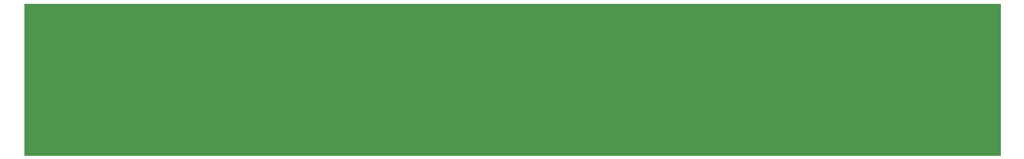
<source format=gts>
G75*
%MOIN*%
%OFA0B0*%
%FSLAX24Y24*%
%IPPOS*%
%LPD*%
%AMOC8*
5,1,8,0,0,1.08239X$1,22.5*
%
%ADD10C,0.0000*%
%ADD11R,5.0591X0.7874*%
%ADD12C,0.1700*%
%ADD13C,0.3235*%
%ADD14C,0.2802*%
D10*
X001639Y002139D02*
X001639Y010013D01*
X052230Y010013D01*
X052230Y002139D01*
X001639Y002139D01*
D11*
X026935Y006076D03*
D12*
X050931Y007061D03*
X002820Y007061D03*
D13*
X023389Y006076D03*
D14*
X015649Y006076D03*
X009649Y006076D03*
M02*

</source>
